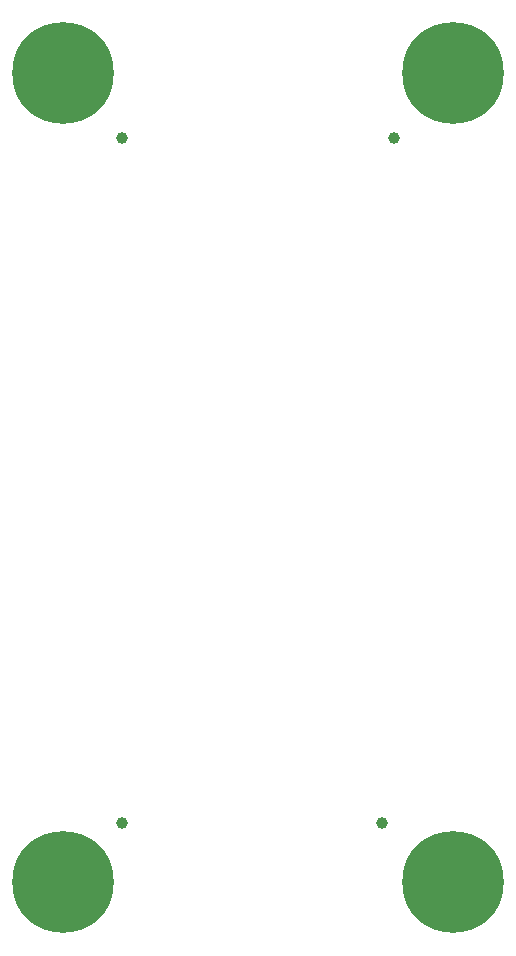
<source format=gbr>
%TF.GenerationSoftware,KiCad,Pcbnew,(5.1.6)-1*%
%TF.CreationDate,2020-10-09T05:29:33-04:00*%
%TF.ProjectId,RFID_PROJECT_3-WAY-SPLITTER,52464944-5f50-4524-9f4a-4543545f332d,B*%
%TF.SameCoordinates,Original*%
%TF.FileFunction,Copper,L3,Inr*%
%TF.FilePolarity,Positive*%
%FSLAX46Y46*%
G04 Gerber Fmt 4.6, Leading zero omitted, Abs format (unit mm)*
G04 Created by KiCad (PCBNEW (5.1.6)-1) date 2020-10-09 05:29:33*
%MOMM*%
%LPD*%
G01*
G04 APERTURE LIST*
%TA.AperFunction,ViaPad*%
%ADD10C,0.900000*%
%TD*%
%TA.AperFunction,ViaPad*%
%ADD11C,8.600000*%
%TD*%
%TA.AperFunction,ViaPad*%
%ADD12C,1.000000*%
%TD*%
G04 APERTURE END LIST*
D10*
%TO.N,N/C*%
%TO.C,H4*%
X163280419Y-114219581D03*
X161000000Y-113275000D03*
X158719581Y-114219581D03*
X157775000Y-116500000D03*
X158719581Y-118780419D03*
X161000000Y-119725000D03*
X163280419Y-118780419D03*
X164225000Y-116500000D03*
D11*
X161000000Y-116500000D03*
%TD*%
D10*
%TO.N,N/C*%
%TO.C,H3*%
X130280419Y-114219581D03*
X128000000Y-113275000D03*
X125719581Y-114219581D03*
X124775000Y-116500000D03*
X125719581Y-118780419D03*
X128000000Y-119725000D03*
X130280419Y-118780419D03*
X131225000Y-116500000D03*
D11*
X128000000Y-116500000D03*
%TD*%
D10*
%TO.N,N/C*%
%TO.C,H2*%
X163280419Y-45719581D03*
X161000000Y-44775000D03*
X158719581Y-45719581D03*
X157775000Y-48000000D03*
X158719581Y-50280419D03*
X161000000Y-51225000D03*
X163280419Y-50280419D03*
X164225000Y-48000000D03*
D11*
X161000000Y-48000000D03*
%TD*%
D10*
%TO.N,N/C*%
%TO.C,H1*%
X130280419Y-45719581D03*
X128000000Y-44775000D03*
X125719581Y-45719581D03*
X124775000Y-48000000D03*
X125719581Y-50280419D03*
X128000000Y-51225000D03*
X130280419Y-50280419D03*
X131225000Y-48000000D03*
D11*
X128000000Y-48000000D03*
%TD*%
D12*
%TO.N,GND*%
X133000000Y-53500000D03*
X156000000Y-53500000D03*
X155000000Y-111500000D03*
X133000000Y-111500000D03*
%TD*%
M02*

</source>
